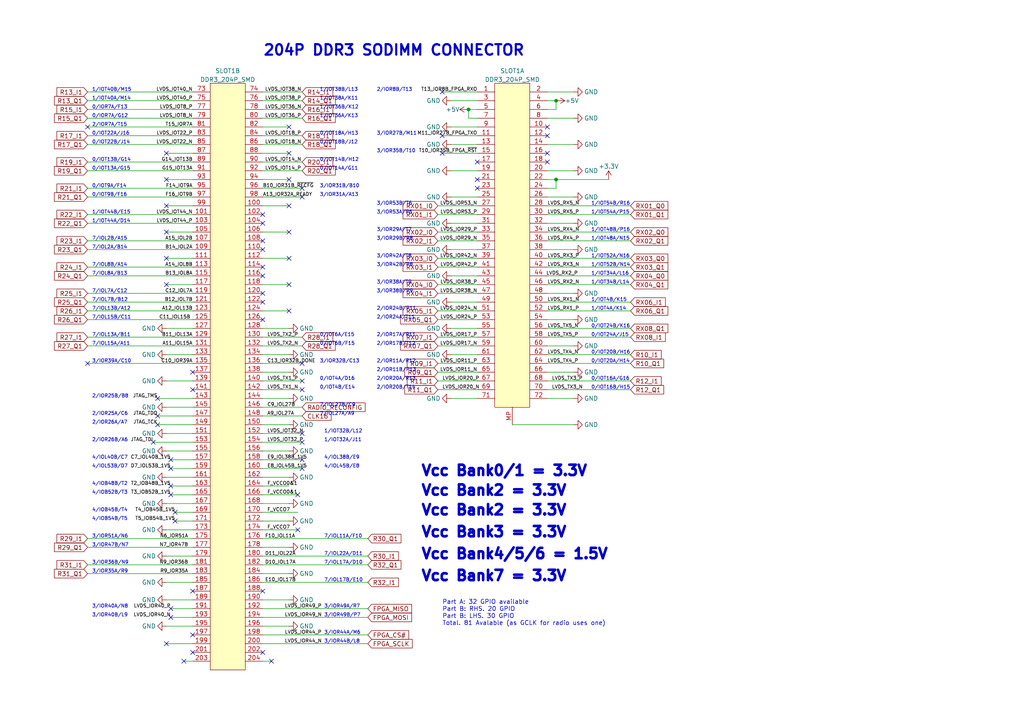
<source format=kicad_sch>
(kicad_sch (version 20231120) (generator "eeschema") (generator_version "8.0")
  (paper "A4")
  (junction (at 161.29 29.21))
  (junction (at 135.89 31.75))
  (junction (at 161.29 52.07))
  (no_connect (at 49.53 143.51))
  (no_connect (at 83.82 44.45))
  (no_connect (at 45.72 115.57))
  (no_connect (at 87.63 57.15))
  (no_connect (at 83.82 67.31))
  (no_connect (at 87.63 128.27))
  (no_connect (at 158.75 46.99))
  (no_connect (at 48.26 186.69))
  (no_connect (at 128.27 26.67))
  (no_connect (at 87.63 105.41))
  (no_connect (at 87.63 113.03))
  (no_connect (at 87.63 110.49))
  (no_connect (at 87.63 54.61))
  (no_connect (at 87.63 125.73))
  (no_connect (at 55.88 171.45))
  (no_connect (at 76.2 80.01))
  (no_connect (at 83.82 36.83))
  (no_connect (at 48.26 82.55))
  (no_connect (at 48.26 74.93))
  (no_connect (at 49.53 133.35))
  (no_connect (at 45.72 123.19))
  (no_connect (at 45.72 120.65))
  (no_connect (at 158.75 39.37))
  (no_connect (at 128.27 39.37))
  (no_connect (at 158.75 44.45))
  (no_connect (at 83.82 74.93))
  (no_connect (at 76.2 77.47))
  (no_connect (at 76.2 64.77))
  (no_connect (at 76.2 189.23))
  (no_connect (at 87.63 135.89))
  (no_connect (at 55.88 107.95))
  (no_connect (at 158.75 36.83))
  (no_connect (at 48.26 67.31))
  (no_connect (at 76.2 85.09))
  (no_connect (at 49.53 135.89))
  (no_connect (at 50.8 148.59))
  (no_connect (at 128.27 44.45))
  (no_connect (at 138.43 46.99))
  (no_connect (at 83.82 59.69))
  (no_connect (at 76.2 69.85))
  (no_connect (at 48.26 52.07))
  (no_connect (at 44.45 128.27))
  (no_connect (at 83.82 52.07))
  (no_connect (at 138.43 54.61))
  (no_connect (at 76.2 92.71))
  (no_connect (at 49.53 176.53))
  (no_connect (at 76.2 87.63))
  (no_connect (at 55.88 184.15))
  (no_connect (at 78.74 191.77))
  (no_connect (at 83.82 82.55))
  (no_connect (at 76.2 72.39))
  (no_connect (at 55.88 189.23))
  (no_connect (at 76.2 62.23))
  (no_connect (at 76.2 171.45))
  (no_connect (at 55.88 113.03))
  (no_connect (at 87.63 133.35))
  (no_connect (at 138.43 52.07))
  (no_connect (at 25.4 36.83))
  (no_connect (at 49.53 140.97))
  (no_connect (at 86.36 153.67))
  (no_connect (at 25.4 105.41))
  (no_connect (at 49.53 179.07))
  (no_connect (at 86.36 143.51))
  (no_connect (at 48.26 44.45))
  (no_connect (at 83.82 90.17))
  (no_connect (at 50.8 151.13))
  (no_connect (at 53.34 191.77))
  (no_connect (at 48.26 59.69))
  (wire (pts (xy 25.4 29.21) (xy 55.88 29.21)))
  (wire (pts (xy 127 82.55) (xy 138.43 82.55)))
  (wire (pts (xy 138.43 34.29) (xy 135.89 34.29)))
  (wire (pts (xy 76.2 90.17) (xy 83.82 90.17)))
  (wire (pts (xy 87.63 133.35) (xy 76.2 133.35)))
  (wire (pts (xy 25.4 39.37) (xy 55.88 39.37)))
  (wire (pts (xy 76.2 168.91) (xy 106.68 168.91)))
  (wire (pts (xy 76.2 148.59) (xy 86.36 148.59)))
  (wire (pts (xy 76.2 153.67) (xy 86.36 153.67)))
  (wire (pts (xy 83.82 107.95) (xy 76.2 107.95)))
  (wire (pts (xy 48.26 146.05) (xy 55.88 146.05)))
  (wire (pts (xy 44.45 128.27) (xy 55.88 128.27)))
  (wire (pts (xy 50.8 148.59) (xy 55.88 148.59)))
  (wire (pts (xy 48.26 153.67) (xy 55.88 153.67)))
  (wire (pts (xy 182.88 95.25) (xy 158.75 95.25)))
  (wire (pts (xy 83.82 138.43) (xy 76.2 138.43)))
  (wire (pts (xy 166.37 26.67) (xy 158.75 26.67)))
  (wire (pts (xy 76.2 67.31) (xy 83.82 67.31)))
  (wire (pts (xy 166.37 64.77) (xy 158.75 64.77)))
  (wire (pts (xy 83.82 123.19) (xy 76.2 123.19)))
  (wire (pts (xy 106.68 179.07) (xy 76.2 179.07)))
  (wire (pts (xy 127 74.93) (xy 138.43 74.93)))
  (wire (pts (xy 25.4 156.21) (xy 55.88 156.21)))
  (wire (pts (xy 49.53 133.35) (xy 55.88 133.35)))
  (wire (pts (xy 166.37 49.53) (xy 158.75 49.53)))
  (wire (pts (xy 48.26 102.87) (xy 55.88 102.87)))
  (wire (pts (xy 76.2 110.49) (xy 87.63 110.49)))
  (wire (pts (xy 166.37 41.91) (xy 158.75 41.91)))
  (wire (pts (xy 135.89 31.75) (xy 138.43 31.75)))
  (wire (pts (xy 127 92.71) (xy 138.43 92.71)))
  (wire (pts (xy 76.2 41.91) (xy 87.63 41.91)))
  (wire (pts (xy 87.63 54.61) (xy 76.2 54.61)))
  (wire (pts (xy 127 97.79) (xy 138.43 97.79)))
  (wire (pts (xy 49.53 143.51) (xy 55.88 143.51)))
  (wire (pts (xy 76.2 74.93) (xy 83.82 74.93)))
  (wire (pts (xy 182.88 105.41) (xy 158.75 105.41)))
  (wire (pts (xy 127 113.03) (xy 138.43 113.03)))
  (wire (pts (xy 127 110.49) (xy 138.43 110.49)))
  (wire (pts (xy 25.4 158.75) (xy 55.88 158.75)))
  (wire (pts (xy 182.88 77.47) (xy 158.75 77.47)))
  (wire (pts (xy 48.26 95.25) (xy 55.88 95.25)))
  (wire (pts (xy 161.29 31.75) (xy 161.29 29.21)))
  (wire (pts (xy 48.26 44.45) (xy 55.88 44.45)))
  (wire (pts (xy 48.26 67.31) (xy 55.88 67.31)))
  (wire (pts (xy 76.2 34.29) (xy 87.63 34.29)))
  (wire (pts (xy 25.4 26.67) (xy 55.88 26.67)))
  (wire (pts (xy 25.4 163.83) (xy 55.88 163.83)))
  (wire (pts (xy 25.4 92.71) (xy 55.88 92.71)))
  (wire (pts (xy 87.63 105.41) (xy 76.2 105.41)))
  (wire (pts (xy 127 85.09) (xy 138.43 85.09)))
  (wire (pts (xy 76.2 52.07) (xy 83.82 52.07)))
  (wire (pts (xy 48.26 161.29) (xy 55.88 161.29)))
  (wire (pts (xy 76.2 82.55) (xy 83.82 82.55)))
  (wire (pts (xy 158.75 113.03) (xy 182.88 113.03)))
  (wire (pts (xy 76.2 39.37) (xy 87.63 39.37)))
  (wire (pts (xy 83.82 151.13) (xy 76.2 151.13)))
  (wire (pts (xy 25.4 57.15) (xy 55.88 57.15)))
  (wire (pts (xy 25.4 90.17) (xy 55.88 90.17)))
  (wire (pts (xy 161.29 52.07) (xy 161.29 54.61)))
  (wire (pts (xy 48.26 130.81) (xy 55.88 130.81)))
  (wire (pts (xy 166.37 92.71) (xy 158.75 92.71)))
  (wire (pts (xy 128.27 26.67) (xy 138.43 26.67)))
  (wire (pts (xy 127 69.85) (xy 138.43 69.85)))
  (wire (pts (xy 127 62.23) (xy 138.43 62.23)))
  (wire (pts (xy 25.4 31.75) (xy 55.88 31.75)))
  (wire (pts (xy 48.26 52.07) (xy 55.88 52.07)))
  (wire (pts (xy 45.72 115.57) (xy 55.88 115.57)))
  (wire (pts (xy 48.26 186.69) (xy 55.88 186.69)))
  (wire (pts (xy 25.4 80.01) (xy 55.88 80.01)))
  (wire (pts (xy 166.37 115.57) (xy 158.75 115.57)))
  (wire (pts (xy 130.81 36.83) (xy 138.43 36.83)))
  (wire (pts (xy 130.81 72.39) (xy 138.43 72.39)))
  (wire (pts (xy 130.81 29.21) (xy 138.43 29.21)))
  (wire (pts (xy 182.88 69.85) (xy 158.75 69.85)))
  (wire (pts (xy 25.4 34.29) (xy 55.88 34.29)))
  (wire (pts (xy 166.37 72.39) (xy 158.75 72.39)))
  (wire (pts (xy 50.8 151.13) (xy 55.88 151.13)))
  (wire (pts (xy 48.26 168.91) (xy 55.88 168.91)))
  (wire (pts (xy 127 90.17) (xy 138.43 90.17)))
  (wire (pts (xy 166.37 85.09) (xy 158.75 85.09)))
  (wire (pts (xy 182.88 90.17) (xy 158.75 90.17)))
  (wire (pts (xy 83.82 173.99) (xy 76.2 173.99)))
  (wire (pts (xy 106.68 161.29) (xy 76.2 161.29)))
  (wire (pts (xy 76.2 36.83) (xy 83.82 36.83)))
  (wire (pts (xy 87.63 26.67) (xy 76.2 26.67)))
  (wire (pts (xy 87.63 118.11) (xy 76.2 118.11)))
  (wire (pts (xy 25.4 49.53) (xy 55.88 49.53)))
  (wire (pts (xy 130.81 80.01) (xy 138.43 80.01)))
  (wire (pts (xy 182.88 97.79) (xy 158.75 97.79)))
  (wire (pts (xy 182.88 87.63) (xy 158.75 87.63)))
  (wire (pts (xy 25.4 72.39) (xy 55.88 72.39)))
  (wire (pts (xy 158.75 80.01) (xy 182.88 80.01)))
  (wire (pts (xy 25.4 62.23) (xy 55.88 62.23)))
  (wire (pts (xy 127 77.47) (xy 138.43 77.47)))
  (wire (pts (xy 25.4 69.85) (xy 55.88 69.85)))
  (wire (pts (xy 48.26 118.11) (xy 55.88 118.11)))
  (wire (pts (xy 83.82 95.25) (xy 76.2 95.25)))
  (wire (pts (xy 45.72 120.65) (xy 55.88 120.65)))
  (wire (pts (xy 76.2 120.65) (xy 87.63 120.65)))
  (wire (pts (xy 49.53 135.89) (xy 55.88 135.89)))
  (wire (pts (xy 182.88 59.69) (xy 158.75 59.69)))
  (wire (pts (xy 182.88 82.55) (xy 158.75 82.55)))
  (wire (pts (xy 182.88 110.49) (xy 158.75 110.49)))
  (wire (pts (xy 130.81 102.87) (xy 138.43 102.87)))
  (wire (pts (xy 49.53 140.97) (xy 55.88 140.97)))
  (wire (pts (xy 182.88 62.23) (xy 158.75 62.23)))
  (wire (pts (xy 83.82 146.05) (xy 76.2 146.05)))
  (wire (pts (xy 49.53 179.07) (xy 55.88 179.07)))
  (wire (pts (xy 49.53 176.53) (xy 55.88 176.53)))
  (wire (pts (xy 76.2 184.15) (xy 106.68 184.15)))
  (wire (pts (xy 127 107.95) (xy 138.43 107.95)))
  (wire (pts (xy 130.81 95.25) (xy 138.43 95.25)))
  (wire (pts (xy 87.63 57.15) (xy 76.2 57.15)))
  (wire (pts (xy 76.2 46.99) (xy 87.63 46.99)))
  (wire (pts (xy 130.81 57.15) (xy 138.43 57.15)))
  (wire (pts (xy 161.29 52.07) (xy 176.53 52.07)))
  (wire (pts (xy 166.37 107.95) (xy 158.75 107.95)))
  (wire (pts (xy 83.82 115.57) (xy 76.2 115.57)))
  (wire (pts (xy 130.81 115.57) (xy 138.43 115.57)))
  (wire (pts (xy 25.4 97.79) (xy 55.88 97.79)))
  (wire (pts (xy 106.68 176.53) (xy 76.2 176.53)))
  (wire (pts (xy 48.26 59.69) (xy 55.88 59.69)))
  (wire (pts (xy 76.2 140.97) (xy 83.82 140.97)))
  (wire (pts (xy 25.4 77.47) (xy 55.88 77.47)))
  (wire (pts (xy 48.26 173.99) (xy 55.88 173.99)))
  (wire (pts (xy 76.2 31.75) (xy 87.63 31.75)))
  (wire (pts (xy 130.81 87.63) (xy 138.43 87.63)))
  (wire (pts (xy 127 105.41) (xy 138.43 105.41)))
  (wire (pts (xy 48.26 125.73) (xy 55.88 125.73)))
  (wire (pts (xy 25.4 166.37) (xy 55.88 166.37)))
  (wire (pts (xy 128.27 44.45) (xy 138.43 44.45)))
  (wire (pts (xy 53.34 191.77) (xy 55.88 191.77)))
  (wire (pts (xy 158.75 29.21) (xy 161.29 29.21)))
  (wire (pts (xy 158.75 52.07) (xy 161.29 52.07)))
  (wire (pts (xy 76.2 156.21) (xy 106.68 156.21)))
  (wire (pts (xy 76.2 143.51) (xy 86.36 143.51)))
  (wire (pts (xy 76.2 97.79) (xy 87.63 97.79)))
  (wire (pts (xy 76.2 113.03) (xy 87.63 113.03)))
  (wire (pts (xy 127 59.69) (xy 138.43 59.69)))
  (wire (pts (xy 182.88 102.87) (xy 158.75 102.87)))
  (wire (pts (xy 76.2 44.45) (xy 83.82 44.45)))
  (wire (pts (xy 87.63 125.73) (xy 76.2 125.73)))
  (wire (pts (xy 25.4 85.09) (xy 55.88 85.09)))
  (wire (pts (xy 130.81 41.91) (xy 138.43 41.91)))
  (wire (pts (xy 83.82 130.81) (xy 76.2 130.81)))
  (wire (pts (xy 166.37 34.29) (xy 158.75 34.29)))
  (wire (pts (xy 135.89 34.29) (xy 135.89 31.75)))
  (wire (pts (xy 76.2 186.69) (xy 106.68 186.69)))
  (wire (pts (xy 161.29 54.61) (xy 158.75 54.61)))
  (wire (pts (xy 48.26 74.93) (xy 55.88 74.93)))
  (wire (pts (xy 76.2 59.69) (xy 83.82 59.69)))
  (wire (pts (xy 45.72 123.19) (xy 55.88 123.19)))
  (wire (pts (xy 106.68 163.83) (xy 76.2 163.83)))
  (wire (pts (xy 182.88 74.93) (xy 158.75 74.93)))
  (wire (pts (xy 87.63 29.21) (xy 76.2 29.21)))
  (wire (pts (xy 166.37 57.15) (xy 158.75 57.15)))
  (wire (pts (xy 25.4 105.41) (xy 55.88 105.41)))
  (wire (pts (xy 76.2 191.77) (xy 78.74 191.77)))
  (wire (pts (xy 182.88 67.31) (xy 158.75 67.31)))
  (wire (pts (xy 166.37 100.33) (xy 158.75 100.33)))
  (wire (pts (xy 25.4 36.83) (xy 55.88 36.83)))
  (wire (pts (xy 76.2 128.27) (xy 87.63 128.27)))
  (wire (pts (xy 76.2 100.33) (xy 87.63 100.33)))
  (wire (pts (xy 87.63 135.89) (xy 76.2 135.89)))
  (wire (pts (xy 25.4 100.33) (xy 55.88 100.33)))
  (wire (pts (xy 76.2 49.53) (xy 87.63 49.53)))
  (wire (pts (xy 148.59 123.19) (xy 166.37 123.19)))
  (wire (pts (xy 25.4 46.99) (xy 55.88 46.99)))
  (wire (pts (xy 130.81 64.77) (xy 138.43 64.77)))
  (wire (pts (xy 83.82 102.87) (xy 76.2 102.87)))
  (wire (pts (xy 128.27 39.37) (xy 138.43 39.37)))
  (wire (pts (xy 158.75 31.75) (xy 161.29 31.75)))
  (wire (pts (xy 127 67.31) (xy 138.43 67.31)))
  (wire (pts (xy 25.4 41.91) (xy 55.88 41.91)))
  (wire (pts (xy 48.26 82.55) (xy 55.88 82.55)))
  (wire (pts (xy 48.26 110.49) (xy 55.88 110.49)))
  (wire (pts (xy 25.4 87.63) (xy 55.88 87.63)))
  (wire (pts (xy 83.82 181.61) (xy 76.2 181.61)))
  (wire (pts (xy 25.4 54.61) (xy 55.88 54.61)))
  (wire (pts (xy 130.81 49.53) (xy 138.43 49.53)))
  (wire (pts (xy 83.82 158.75) (xy 76.2 158.75)))
  (wire (pts (xy 25.4 64.77) (xy 55.88 64.77)))
  (wire (pts (xy 48.26 138.43) (xy 55.88 138.43)))
  (wire (pts (xy 83.82 166.37) (xy 76.2 166.37)))
  (wire (pts (xy 127 100.33) (xy 138.43 100.33)))
  (wire (pts (xy 48.26 181.61) (xy 55.88 181.61)))
  (text "3/IOR53B/T6\n" (at 109.22 59.69 0) (effects (font (size 1 1)) (justify left bottom)))
  (text "3/IOR53A/P6\n" (at 109.22 62.23 0) (effects (font (size 1 1)) (justify left bottom)))
  (text "1/IOT48A/N15\n" (at 171.45 69.85 0) (effects (font (size 1 1)) (justify left bottom)))
  (text "4/IOL38B/E9\n" (at 93.98 133.35 0) (effects (font (size 1 1)) (justify left bottom)))
  (text "2/IOR25B/B8\n" (at 26.67 115.57 0) (effects (font (size 1 1)) (justify left bottom)))
  (text "Part A: 32 GPIO available\nPart B: RHS. 20 GPIO\nPart B: LHS. 30 GPIO\nTotal. 81 Avalable (as GCLK for radio uses one)" (at 128.27 181.61 0) (effects (font (size 1.27 1.27)) (justify left bottom)))
  (text "7/IOL22A/D11\n" (at 93.98 161.29 0) (effects (font (size 1 1)) (justify left bottom)))
  (text "7/IOL27A/A9\n" (at 92.71 120.65 0) (effects (font (size 1 1)) (justify left bottom)))
  (text "0/IOT18A/H13" (at 92.71 39.37 0) (effects (font (size 1 1)) (justify left bottom)))
  (text "1/IOT44B/E15\n" (at 26.67 62.23 0) (effects (font (size 1 1)) (justify left bottom)))
  (text "7/IOL7B/B12\n" (at 26.67 87.63 0) (effects (font (size 1 1)) (justify left bottom)))
  (text "3/IOR40A/N8\n" (at 26.67 176.53 0) (effects (font (size 1 1)) (justify left bottom)))
  (text "2/IOR7A/T15\n" (at 26.67 36.83 0) (effects (font (size 1 1)) (justify left bottom)))
  (text "3/IOR31B/B10" (at 92.71 54.61 0) (effects (font (size 1 1)) (justify left bottom)))
  (text "0/IOT16B/H15\n" (at 171.45 113.03 0) (effects (font (size 1 1)) (justify left bottom)))
  (text "0/IOT9A/F14\n" (at 26.67 54.61 0) (effects (font (size 1 1)) (justify left bottom)))
  (text "4/IOB54B/T5\n" (at 26.67 151.13 0) (effects (font (size 1 1)) (justify left bottom)))
  (text "0/IOT14A/G11" (at 92.71 49.53 0) (effects (font (size 1 1)) (justify left bottom)))
  (text "7/IOL2B/A15\n" (at 26.67 69.85 0) (effects (font (size 1 1)) (justify left bottom)))
  (text "2/IOR17B/T12\n" (at 109.22 100.33 0) (effects (font (size 1 1)) (justify left bottom)))
  (text "1/IOT38A/K11\n" (at 92.71 29.21 0) (effects (font (size 1 1)) (justify left bottom)))
  (text "7/IOL7A/C12\n" (at 26.67 85.09 0) (effects (font (size 1 1)) (justify left bottom)))
  (text "3/IOR38A/T9\n" (at 109.22 82.55 0) (effects (font (size 1 1)) (justify left bottom)))
  (text "7/IOL11A/F10\n" (at 93.98 156.21 0) (effects (font (size 1 1)) (justify left bottom)))
  (text "7/IOL27B/C9\n" (at 92.71 118.11 0) (effects (font (size 1 1)) (justify left bottom)))
  (text "0/IOT24B/K16\n" (at 171.45 95.25 0) (effects (font (size 1 1)) (justify left bottom)))
  (text "4/IOL53B/D7" (at 26.67 135.89 0) (effects (font (size 1 1)) (justify left bottom)))
  (text "1/IOT34B/L14\n" (at 171.45 82.55 0) (effects (font (size 1 1)) (justify left bottom)))
  (text "Vcc Bank3 = 3.3V" (at 121.92 156.21 0) (effects (font (size 3 3) (thickness 1.6) (bold yes)) (justify left bottom)))
  (text "3/IOR38B/P9\n" (at 109.22 85.09 0) (effects (font (size 1 1)) (justify left bottom)))
  (text "0/IOT24A/J15\n" (at 171.45 97.79 0) (effects (font (size 1 1)) (justify left bottom)))
  (text "7/IOL15A/A11\n" (at 26.67 100.33 0) (effects (font (size 1 1)) (justify left bottom)))
  (text "4/IOB52B/T3" (at 26.67 143.51 0) (effects (font (size 1 1)) (justify left bottom)))
  (text "2/IOR11A/R12\n" (at 109.22 105.41 0) (effects (font (size 1 1)) (justify left bottom)))
  (text "1/IOT40B/M15\n" (at 26.67 26.67 0) (effects (font (size 1 1)) (justify left bottom)))
  (text "1/IOT36B/K12\n" (at 92.71 31.75 0) (effects (font (size 1 1)) (justify left bottom)))
  (text "Vcc Bank4/5/6 = 1.5V" (at 121.92 162.56 0) (effects (font (size 3 3) (thickness 1.6) (bold yes)) (justify left bottom)))
  (text "1/IOT32A/J11\n" (at 93.98 128.27 0) (effects (font (size 1 1)) (justify left bottom)))
  (text "Vcc Bank0/1 = 3.3V" (at 121.92 138.43 0) (effects (font (size 3 3) (thickness 1.6) (bold yes)) (justify left bottom)))
  (text "0/IOT13A/G15\n" (at 26.67 49.53 0) (effects (font (size 1 1)) (justify left bottom)))
  (text "3/IOR49B/P7\n" (at 93.98 179.07 0) (effects (font (size 1 1)) (justify left bottom)))
  (text "1/IOT52B/N14\n" (at 171.45 77.47 0) (effects (font (size 1 1)) (justify left bottom)))
  (text "1/IOT52A/N16\n" (at 171.45 74.93 0) (effects (font (size 1 1)) (justify left bottom)))
  (text "2/IOR24B/P11\n" (at 109.22 90.17 0) (effects (font (size 1 1)) (justify left bottom)))
  (text "1/IOT34A/L16\n" (at 171.45 80.01 0) (effects (font (size 1 1)) (justify left bottom)))
  (text "3/IOR42A/T8\n" (at 109.22 74.93 0) (effects (font (size 1 1)) (justify left bottom)))
  (text "2/IOR20B/T14\n" (at 109.22 113.03 0) (effects (font (size 1 1)) (justify left bottom)))
  (text "1/IOT44A/D14" (at 26.67 64.77 0) (effects (font (size 1 1)) (justify left bottom)))
  (text "4/IOL40B/C7\n" (at 26.67 133.35 0) (effects (font (size 1 1)) (justify left bottom)))
  (text "3/IOR35A/R9\n" (at 26.67 166.37 0) (effects (font (size 1 1)) (justify left bottom)))
  (text "4/IOL45B/E8\n" (at 93.98 135.89 0) (effects (font (size 1 1)) (justify left bottom)))
  (text "1/IOT4A/K14\n" (at 171.45 90.17 0) (effects (font (size 1 1)) (justify left bottom)))
  (text "3/IOR44B/L8" (at 93.98 186.69 0) (effects (font (size 1 1)) (justify left bottom)))
  (text "3/IOR51A/N6\n" (at 26.67 156.21 0) (effects (font (size 1 1)) (justify left bottom)))
  (text "204P DDR3 SODIMM CONNECTOR" (at 76.2 16.51 0) (effects (font (size 3.048 3.048) (bold yes)) (justify left bottom)))
  (text "7/IOL13B/A12\n" (at 26.67 90.17 0) (effects (font (size 1 1)) (justify left bottom)))
  (text "0/IOT6A/E15\n" (at 92.71 97.79 0) (effects (font (size 1 1)) (justify left bottom)))
  (text "1/IOT4B/K15\n" (at 171.45 87.63 0) (effects (font (size 1 1)) (justify left bottom)))
  (text "3/IOR49A/R7" (at 93.98 176.53 0) (effects (font (size 1 1)) (justify left bottom)))
  (text "2/IOR24A/T11\n" (at 109.22 92.71 0) (effects (font (size 1 1)) (justify left bottom)))
  (text "2/IOR25A/C6\n" (at 26.67 120.65 0) (effects (font (size 1 1)) (justify left bottom)))
  (text "1/IOT36A/K13\n" (at 92.71 34.29 0) (effects (font (size 1 1)) (justify left bottom)))
  (text "3/IOR29B/R8\n" (at 109.22 69.85 0) (effects (font (size 1 1)) (justify left bottom)))
  (text "3/IOR36B/N9\n" (at 26.67 163.83 0) (effects (font (size 1 1)) (justify left bottom)))
  (text "4/IOB48B/T2" (at 26.67 140.97 0) (effects (font (size 1 1)) (justify left bottom)))
  (text "1/IOT48B/P16\n" (at 171.45 67.31 0) (effects (font (size 1 1)) (justify left bottom)))
  (text "0/IOT18B/J12\n" (at 92.71 41.91 0) (effects (font (size 1 1)) (justify left bottom)))
  (text "3/IOR35B/T10\n" (at 109.22 44.45 0) (effects (font (size 1 1)) (justify left bottom)))
  (text "2/IOR26A/A7\n" (at 26.67 123.19 0) (effects (font (size 1 1)) (justify left bottom)))
  (text "Vcc Bank2 = 3.3V" (at 121.92 149.86 0) (effects (font (size 3 3) (thickness 1.6) (bold yes)) (justify left bottom)))
  (text "3/IOR44A/M6\n" (at 93.98 184.15 0) (effects (font (size 1 1)) (justify left bottom)))
  (text "1/IOT40A/M14\n" (at 26.67 29.21 0) (effects (font (size 1 1)) (justify left bottom)))
  (text "0/IOT22A/J16\n" (at 26.67 39.37 0) (effects (font (size 1 1)) (justify left bottom)))
  (text "0/IOT16A/G16\n" (at 171.45 110.49 0) (effects (font (size 1 1)) (justify left bottom)))
  (text "2/IOR8B/T13\n" (at 109.22 26.67 0) (effects (font (size 1 1)) (justify left bottom)))
  (text "0/IOT9B/F16\n" (at 26.67 57.15 0) (effects (font (size 1 1)) (justify left bottom)))
  (text "7/IOL15B/C11\n" (at 26.67 92.71 0) (effects (font (size 1 1)) (justify left bottom)))
  (text "1/IOT54B/R16\n" (at 171.45 59.69 0) (effects (font (size 1 1)) (justify left bottom)))
  (text "0/IOT20B/H16\n" (at 171.45 102.87 0) (effects (font (size 1 1)) (justify left bottom)))
  (text "3/IOR42B/P8\n" (at 109.22 77.47 0) (effects (font (size 1 1)) (justify left bottom)))
  (text "2/IOR11B/P13\n" (at 109.22 107.95 0) (effects (font (size 1 1)) (justify left bottom)))
  (text "Vcc Bank7 = 3.3V" (at 121.92 168.91 0) (effects (font (size 3 3) (thickness 1.6) (bold yes)) (justify left bottom)))
  (text "3/IOR32B/C13\n" (at 92.71 105.41 0) (effects (font (size 1 1)) (justify left bottom)))
  (text "3/IOR39A/C10" (at 26.67 105.41 0) (effects (font (size 1 1)) (justify left bottom)))
  (text "0/IOT20A/H14\n" (at 171.45 105.41 0) (effects (font (size 1 1)) (justify left bottom)))
  (text "0/IOT4B/E14\n" (at 92.71 113.03 0) (effects (font (size 1 1)) (justify left bottom)))
  (text "3/IOR31A/A13" (at 92.71 57.15 0) (effects (font (size 1 1)) (justify left bottom)))
  (text "2/IOR17A/R11\n" (at 109.22 97.79 0) (effects (font (size 1 1)) (justify left bottom)))
  (text "0/IOR7A/G12" (at 26.67 34.29 0) (effects (font (size 1 1)) (justify left bottom)))
  (text "3/IOR40B/L9\n" (at 26.67 179.07 0) (effects (font (size 1 1)) (justify left bottom)))
  (text "4/IOB45B/T4\n" (at 26.67 148.59 0) (effects (font (size 1 1)) (justify left bottom)))
  (text "7/IOL13A/B11\n" (at 26.67 97.79 0) (effects (font (size 1 1)) (justify left bottom)))
  (text "3/IOR29A/T7\n" (at 109.22 67.31 0) (effects (font (size 1 1)) (justify left bottom)))
  (text "0/IOT4A/D16\n" (at 92.71 110.49 0) (effects (font (size 1 1)) (justify left bottom)))
  (text "1/IOT32B/L12\n" (at 93.98 125.73 0) (effects (font (size 1 1)) (justify left bottom)))
  (text "0/IOT14B/H12\n" (at 92.71 46.99 0) (effects (font (size 1 1)) (justify left bottom)))
  (text "0/IOT6B/F15\n" (at 92.71 100.33 0) (effects (font (size 1 1)) (justify left bottom)))
  (text "2/IOR26B/A6\n" (at 26.67 128.27 0) (effects (font (size 1 1)) (justify left bottom)))
  (text "7/IOL8A/B13\n" (at 26.67 80.01 0) (effects (font (size 1 1)) (justify left bottom)))
  (text "2/IOR20A/R13\n" (at 109.22 110.49 0) (effects (font (size 1 1)) (justify left bottom)))
  (text "0/IOR7A/F13\n" (at 26.67 31.75 0) (effects (font (size 1 1)) (justify left bottom)))
  (text "1/IOT54A/P15\n" (at 171.45 62.23 0) (effects (font (size 1 1)) (justify left bottom)))
  (text "0/IOT22B/J14\n" (at 26.67 41.91 0) (effects (font (size 1 1)) (justify left bottom)))
  (text "Vcc Bank2 = 3.3V" (at 121.92 144.145 0) (effects (font (size 3 3) (thickness 1.6) (bold yes)) (justify left bottom)))
  (text "7/IOL8B/A14\n" (at 26.67 77.47 0) (effects (font (size 1 1)) (justify left bottom)))
  (text "7/IOL17A/D10\n" (at 93.98 163.83 0) (effects (font (size 1 1)) (justify left bottom)))
  (text "7/IOL2A/B14\n" (at 26.67 72.39 0) (effects (font (size 1 1)) (justify left bottom)))
  (text "1/IOT38B/L13\n" (at 92.71 26.67 0) (effects (font (size 1 1)) (justify left bottom)))
  (text "3/IOR27B/M11\n" (at 109.22 39.37 0) (effects (font (size 1 1)) (justify left bottom)))
  (text "0/IOT13B/G14\n" (at 26.67 46.99 0) (effects (font (size 1 1)) (justify left bottom)))
  (text "7/IOL17B/E10\n" (at 93.98 168.91 0) (effects (font (size 1 1)) (justify left bottom)))
  (text "3/IOR47B/N7" (at 26.67 158.75 0) (effects (font (size 1 1)) (justify left bottom)))
  (label "JTAG_TMS" (at 45.72 115.57 180) (effects (font (size 1 1))))
  (label "T5_IOB54B_1V5" (at 50.8 151.13 180) (effects (font (size 1 1))))
  (label "B10_IOR31B_~{RECFG}" (at 76.2 54.61 0) (effects (font (size 1 1))))
  (label "LVDS_IOR44_N" (at 82.55 186.69 0) (effects (font (size 1 1))))
  (label "LVDS_IOT40_N" (at 55.88 26.67 180) (effects (font (size 1 1))))
  (label "LVDS_RX1_N" (at 158.75 87.63 0) (effects (font (size 1 1))))
  (label "G14_IOT13B" (at 55.88 46.99 180) (effects (font (size 1 1))))
  (label "LVDS_IOT14_P" (at 76.835 49.53 0) (effects (font (size 1 1))))
  (label "T3_IOB52B_1V5" (at 49.53 143.51 180) (effects (font (size 1 1))))
  (label "T13_IOR8B_FPGA_RXO" (at 138.43 26.67 180) (effects (font (size 1 1))))
  (label "LVDS_IOT18_N" (at 76.835 41.91 0) (effects (font (size 1 1))))
  (label "F_VCCO0&1" (at 77.47 140.97 0) (effects (font (size 1 1))))
  (label "T2_IOB48B_1V5" (at 49.53 140.97 180) (effects (font (size 1 1))))
  (label "LVDS_TX4_N" (at 158.75 102.87 0) (effects (font (size 1 1))))
  (label "LVDS_TX2_N" (at 77.47 100.33 0) (effects (font (size 1 1))))
  (label "E10_IOL17B" (at 76.835 168.91 0) (effects (font (size 1 1))))
  (label "LVDS_IOR38_N" (at 138.43 85.09 180) (effects (font (size 1 1))))
  (label "LVDS_RX4_N" (at 158.75 67.31 0) (effects (font (size 1 1))))
  (label "LVDS_IOR49_N" (at 82.55 179.07 0) (effects (font (size 1 1))))
  (label "LVDS_RX4_P" (at 158.75 69.85 0) (effects (font (size 1 1))))
  (label "LVDS_TX5_N" (at 158.75 95.25 0) (effects (font (size 1 1))))
  (label "LVDS_IOR53_P" (at 138.43 62.23 180) (effects (font (size 1 1))))
  (label "LVDS_IOR29_N" (at 138.43 69.85 180) (effects (font (size 1 1))))
  (label "F_VCCO7" (at 77.47 153.67 0) (effects (font (size 1 1))))
  (label "C11_IOL15B" (at 55.245 92.71 180) (effects (font (size 1 1))))
  (label "LVDS_IOT40_P" (at 55.88 29.21 180) (effects (font (size 1 1))))
  (label "LVDS_IOT44_N" (at 55.88 62.23 180) (effects (font (size 1 1))))
  (label "A11_IOL15A" (at 55.88 100.33 180) (effects (font (size 1 1))))
  (label "LVDS_IOT8_P" (at 55.88 31.75 180) (effects (font (size 1 1))))
  (label "LVDS_IOT14_N" (at 76.835 46.99 0) (effects (font (size 1 1))))
  (label "N6_IOR51A" (at 54.61 156.21 180) (effects (font (size 1 1))))
  (label "E9_IOL38B_1V5" (at 77.47 133.35 0) (effects (font (size 1 1))))
  (label "LVDS_RX2_P" (at 167.64 80.01 180) (effects (font (size 1 1))))
  (label "LVDS_IOT38_P" (at 76.835 29.21 0) (effects (font (size 1 1))))
  (label "LVDS_IOR42_N" (at 138.43 74.93 180) (effects (font (size 1 1))))
  (label "F16_IOT9B" (at 55.88 57.15 180) (effects (font (size 1 1))))
  (label "F_VCCO0&1" (at 77.47 143.51 0) (effects (font (size 1 1))))
  (label "LVDS_RX5_N" (at 158.75 59.69 0) (effects (font (size 1 1))))
  (label "A13_IOR32A_READY" (at 76.2 57.15 0) (effects (font (size 1 1))))
  (label "F_VCCO7" (at 77.47 148.59 0) (effects (font (size 1 1))))
  (label "LVDS_TX3_N" (at 160.02 113.03 0) (effects (font (size 1 1))))
  (label "C7_IOL40B_1V5" (at 49.53 133.35 180) (effects (font (size 1 1))))
  (label "LVDS_IOT8_N" (at 55.88 34.29 180) (effects (font (size 1 1))))
  (label "T10_IOR35B_FPGA_~{RST}" (at 138.43 44.45 180) (effects (font (size 1 1))))
  (label "LVDS_IOR20_P" (at 128.27 110.49 0) (effects (font (size 1 1))))
  (label "N9_IOR36B" (at 54.61 163.83 180) (effects (font (size 1 1))))
  (label "LVDS_IOT36_N" (at 76.835 31.75 0) (effects (font (size 1 1))))
  (label "LVDS_IOR40_N" (at 49.53 179.07 180) (effects (font (size 1 1))))
  (label "LVDS_TX1_P" (at 77.47 110.49 0) (effects (font (size 1 1))))
  (label "LVDS_IOR11_P" (at 138.43 105.41 180) (effects (font (size 1 1))))
  (label "LVDS_IOR17_P" (at 138.43 97.79 180) (effects (font (size 1 1))))
  (label "LVDS_RX1_P" (at 158.75 90.17 0) (effects (font (size 1 1))))
  (label "C9_IOL27B" (at 77.47 118.11 0) (effects (font (size 1 1))))
  (label "A12_IOL13B" (at 55.88 90.17 180) (effects (font (size 1 1))))
  (label "LVDS_IOT32_N" (at 77.47 125.73 0) (effects (font (size 1 1))))
  (label "G15_IOT13A" (at 55.88 49.53 180) (effects (font (size 1 1))))
  (label "LVDS_TX1_N" (at 77.47 113.03 0) (effects (font (size 1 1))))
  (label "LVDS_RX3_P" (at 158.75 74.93 0) (effects (font (size 1 1))))
  (label "LVDS_TX5_P" (at 158.75 97.79 0) (effects (font (size 1 1))))
  (label "LVDS_IOR17_N" (at 138.43 100.33 180) (effects (font (size 1 1))))
  (label "E8_IOL45B_1V5" (at 77.47 135.89 0) (effects (font (size 1 1))))
  (label "LVDS_RX3_N" (at 158.75 77.47 0) (effects (font (size 1 1))))
  (label "LVDS_IOR42_P" (at 138.43 77.47 180) (effects (font (size 1 1))))
  (label "A14_IOL8B" (at 55.88 77.47 180) (effects (font (size 1 1))))
  (label "LVDS_TX2_P" (at 77.47 97.79 0) (effects (font (size 1 1))))
  (label "LVDS_IOT38_N" (at 76.835 26.67 0) (effects (font (size 1 1))))
  (label "D7_IOL53B_1V5" (at 49.53 135.89 180) (effects (font (size 1 1))))
  (label "LVDS_IOR20_N" (at 128.27 113.03 0) (effects (font (size 1 1))))
  (label "JTAG_TCK" (at 45.72 123.19 180) (effects (font (size 1 1))))
  (label "T15_IOR7A" (at 55.88 36.83 180) (effects (font (size 1 1))))
  (label "C10_IOR39A" (at 55.88 105.41 180) (effects (font (size 1 1))))
  (label "N7_IOR47B" (at 54.61 158.75 180) (effects (font (size 1 1))))
  (label "LVDS_IOT44_P" (at 55.88 64.77 180) (effects (font (size 1 1))))
  (label "JTAG_TDO" (at 45.72 120.65 180) (effects (font (size 1 1))))
  (label "A15_IOL2B" (at 55.88 69.85 180) (effects (font (size 1 1))))
  (label "C12_IOL7A" (at 55.88 85.09 180) (effects (font (size 1 1))))
  (label "LVDS_IOR29_P" (at 138.43 67.31 180) (effects (font (size 1 1))))
  (label "M11_IOR27B_FPGA_TXO" (at 138.43 39.37 180) (effects (font (size 1 1))))
  (label "LVDS_IOT32_P" (at 77.47 128.27 0) (effects (font (size 1 1))))
  (label "LVDS_RX2_N" (at 158.75 82.55 0) (effects (font (size 1 1))))
  (label "F10_IOL11A" (at 76.835 156.21 0) (effects (font (size 1 1))))
  (label "LVDS_IOR53_N" (at 138.43 59.69 180) (effects (font (size 1 1))))
  (label "F14_IOT9A" (at 55.88 54.61 180) (effects (font (size 1 1))))
  (label "JTAG_TDI" (at 44.45 128.27 180) (effects (font (size 1 1))))
  (label "B13_IOL8A" (at 55.88 80.01 180) (effects (font (size 1 1))))
  (label "LVDS_IOT22_N" (at 55.88 41.91 180) (effects (font (size 1 1))))
  (label "C13_IOR32B_DONE" (at 77.47 105.41 0) (effects (font (size 1 1))))
  (label "LVDS_RX5_P" (at 158.75 62.23 0) (effects (font (size 1 1))))
  (label "LVDS_TX4_P" (at 158.75 105.41 0) (effects (font (size 1 1))))
  (label "R9_IOR35A" (at 54.61 166.37 180) (effects (font (size 1 1))))
  (label "D11_IOL22A" (at 76.835 161.29 0) (effects (font (size 1 1))))
  (label "LVDS_IOR44_P" (at 82.55 184.15 0) (effects (font (size 1 1))))
  (label "LVDS_IOT36_P" (at 76.835 34.29 0) (effects (font (size 1 1))))
  (label "LVDS_IOT22_P" (at 55.88 39.37 180) (effects (font (size 1 1))))
  (label "LVDS_IOT18_P" (at 76.835 39.37 0) (effects (font (size 1 1))))
  (label "LVDS_IOR24_N" (at 138.43 90.17 180) (effects (font (size 1 1))))
  (label "LVDS_IOR49_P" (at 82.55 176.53 0) (effects (font (size 1 1))))
  (label "LVDS_IOR40_P" (at 49.53 176.53 180) (effects (font (size 1 1))))
  (label "LVDS_IOR11_N" (at 138.43 107.95 180) (effects (font (size 1 1))))
  (label "T4_IOB45B_1V5" (at 50.8 148.59 180) (effects (font (size 1 1))))
  (label "LVDS_IOR38_P" (at 138.43 82.55 180) (effects (font (size 1 1))))
  (label "B12_IOL7B" (at 55.88 87.63 180) (effects (font (size 1 1))))
  (label "D10_IOL17A" (at 76.835 163.83 0) (effects (font (size 1 1))))
  (label "A9_IOL27A" (at 77.47 120.65 0) (effects (font (size 1 1))))
  (label "B11_IOL13A" (at 55.88 97.79 180) (effects (font (size 1 1))))
  (label "LVDS_IOR24_P" (at 138.43 92.71 180) (effects (font (size 1 1))))
  (label "LVDS_TX3_P" (at 160.02 110.49 0) (effects (font (size 1 1))))
  (label "B14_IOL2A" (at 55.88 72.39 180) (effects (font (size 1 1))))
  (global_label "RADIO_RECONFIG" (shape input) (at 87.63 118.11 0) (property "Intersheetrefs" "${INTERSHEET_REFS}" (effects (hide yes))))
  (global_label "RX08_I1" (shape input) (at 182.88 97.79 0) (property "Intersheetrefs" "${INTERSHEET_REFS}" (effects (hide yes))))
  (global_label "R31_Q1" (shape input) (at 25.4 166.37 180) (property "Intersheetrefs" "${INTERSHEET_REFS}" (effects (hide yes))))
  (global_label "R28_Q1" (shape input) (at 87.63 100.33 0) (property "Intersheetrefs" "${INTERSHEET_REFS}" (effects (hide yes))))
  (global_label "FPGA_SCLK" (shape input) (at 106.68 186.69 0) (property "Intersheetrefs" "${INTERSHEET_REFS}" (effects (hide yes))))
  (global_label "RX01_Q0" (shape input) (at 182.88 59.69 0) (property "Intersheetrefs" "${INTERSHEET_REFS}" (effects (hide yes))))
  (global_label "RX06_I1" (shape input) (at 182.88 87.63 0) (property "Intersheetrefs" "${INTERSHEET_REFS}" (effects (hide yes))))
  (global_label "RX06_Q1" (shape input) (at 182.88 90.17 0) (property "Intersheetrefs" "${INTERSHEET_REFS}" (effects (hide yes))))
  (global_label "R25_I1" (shape input) (at 25.4 85.09 180) (property "Intersheetrefs" "${INTERSHEET_REFS}" (effects (hide yes))))
  (global_label "R14_Q1" (shape input) (at 87.63 29.21 0) (property "Intersheetrefs" "${INTERSHEET_REFS}" (effects (hide yes))))
  (global_label "FPGA_MISO" (shape input) (at 106.68 176.53 0) (property "Intersheetrefs" "${INTERSHEET_REFS}" (effects (hide yes))))
  (global_label "R15_I1" (shape input) (at 25.4 31.75 180) (property "Intersheetrefs" "${INTERSHEET_REFS}" (effects (hide yes))))
  (global_label "R32_I1" (shape input) (at 106.68 168.91 0) (property "Intersheetrefs" "${INTERSHEET_REFS}" (effects (hide yes))))
  (global_label "RX01_Q1" (shape input) (at 182.88 62.23 0) (property "Intersheetrefs" "${INTERSHEET_REFS}" (effects (hide yes))))
  (global_label "R09_Q1" (shape input) (at 127 107.95 180) (property "Intersheetrefs" "${INTERSHEET_REFS}" (effects (hide yes))))
  (global_label "R12_I1" (shape input) (at 182.88 110.49 0) (property "Intersheetrefs" "${INTERSHEET_REFS}" (effects (hide yes))))
  (global_label "R21_Q1" (shape input) (at 25.4 57.15 180) (property "Intersheetrefs" "${INTERSHEET_REFS}" (effects (hide yes))))
  (global_label "RX03_I1" (shape input) (at 127 77.47 180) (property "Intersheetrefs" "${INTERSHEET_REFS}" (effects (hide yes))))
  (global_label "CLK16" (shape input) (at 87.63 120.65 0) (property "Intersheetrefs" "${INTERSHEET_REFS}" (effects (hide yes))))
  (global_label "R31_I1" (shape input) (at 25.4 163.83 180) (property "Intersheetrefs" "${INTERSHEET_REFS}" (effects (hide yes))))
  (global_label "RX02_I1" (shape input) (at 127 69.85 180) (property "Intersheetrefs" "${INTERSHEET_REFS}" (effects (hide yes))))
  (global_label "R16_Q1" (shape input) (at 87.63 34.29 0) (property "Intersheetrefs" "${INTERSHEET_REFS}" (effects (hide yes))))
  (global_label "R28_I1" (shape input) (at 87.63 97.79 0) (property "Intersheetrefs" "${INTERSHEET_REFS}" (effects (hide yes))))
  (global_label "R19_I1" (shape input) (at 25.4 46.99 180) (property "Intersheetrefs" "${INTERSHEET_REFS}" (effects (hide yes))))
  (global_label "R19_Q1" (shape input) (at 25.4 49.53 180) (property "Intersheetrefs" "${INTERSHEET_REFS}" (effects (hide yes))))
  (global_label "R23_Q1" (shape input) (at 25.4 72.39 180) (property "Intersheetrefs" "${INTERSHEET_REFS}" (effects (hide yes))))
  (global_label "FPGA_CS#" (shape input) (at 106.68 184.15 0) (property "Intersheetrefs" "${INTERSHEET_REFS}" (effects (hide yes))))
  (global_label "R29_I1" (shape input) (at 25.4 156.21 180) (property "Intersheetrefs" "${INTERSHEET_REFS}" (effects (hide yes))))
  (global_label "RX03_Q0" (shape input) (at 182.88 74.93 0) (property "Intersheetrefs" "${INTERSHEET_REFS}" (effects (hide yes))))
  (global_label "R22_I1" (shape input) (at 25.4 62.23 180) (property "Intersheetrefs" "${INTERSHEET_REFS}" (effects (hide yes))))
  (global_label "FPGA_MOSI" (shape input) (at 106.68 179.07 0) (property "Intersheetrefs" "${INTERSHEET_REFS}" (effects (hide yes))))
  (global_label "RX04_I1" (shape input) (at 127 85.09 180) (property "Intersheetrefs" "${INTERSHEET_REFS}" (effects (hide yes))))
  (global_label "R24_I1" (shape input) (at 25.4 77.47 180) (property "Intersheetrefs" "${INTERSHEET_REFS}" (effects (hide yes))))
  (global_label "R17_I1" (shape input) (at 25.4 39.37 180) (property "Intersheetrefs" "${INTERSHEET_REFS}" (effects (hide yes))))
  (global_label "R25_Q1" (shape input) (at 25.4 87.63 180) (property "Intersheetrefs" "${INTERSHEET_REFS}" (effects (hide yes))))
  (global_label "RX04_I0" (shape input) (at 127 82.55 180) (property "Intersheetrefs" "${INTERSHEET_REFS}" (effects (hide yes))))
  (global_label "RX02_Q1" (shape input) (at 182.88 69.85 0) (property "Intersheetrefs" "${INTERSHEET_REFS}" (effects (hide yes))))
  (global_label "R11_I1" (shape input) (at 127 110.49 180) (property "Intersheetrefs" "${INTERSHEET_REFS}" (effects (hide yes))))
  (global_label "R12_Q1" (shape input) (at 182.88 113.03 0) (property "Intersheetrefs" "${INTERSHEET_REFS}" (effects (hide yes))))
  (global_label "R11_Q1" (shape input) (at 127 113.03 180) (property "Intersheetrefs" "${INTERSHEET_REFS}" (effects (hide yes))))
  (global_label "R13_Q1" (shape input) (at 25.4 29.21 180) (property "Intersheetrefs" "${INTERSHEET_REFS}" (effects (hide yes))))
  (global_label "R24_Q1" (shape input) (at 25.4 80.01 180) (property "Intersheetrefs" "${INTERSHEET_REFS}" (effects (hide yes))))
  (global_label "R18_I1" (shape input) (at 87.63 39.37 0) (property "Intersheetrefs" "${INTERSHEET_REFS}" (effects (hide yes))))
  (global_label "RX07_I1" (shape input) (at 127 97.79 180) (property "Intersheetrefs" "${INTERSHEET_REFS}" (effects (hide yes))))
  (global_label "R30_Q1" (shape input) (at 106.68 156.21 0) (property "Intersheetrefs" "${INTERSHEET_REFS}" (effects (hide yes))))
  (global_label "R13_I1" (shape input) (at 25.4 26.67 180) (property "Intersheetrefs" "${INTERSHEET_REFS}" (effects (hide yes))))
  (global_label "RX01_I1" (shape input) (at 127 62.23 180) (property "Intersheetrefs" "${INTERSHEET_REFS}" (effects (hide yes))))
  (global_label "RX07_Q1" (shape input) (at 127 100.33 180) (property "Intersheetrefs" "${INTERSHEET_REFS}" (effects (hide yes))))
  (global_label "RX08_Q1" (shape input) (at 182.88 95.25 0) (property "Intersheetrefs" "${INTERSHEET_REFS}" (effects (hide yes))))
  (global_label "RX03_Q1" (shape input) (at 182.88 77.47 0) (property "Intersheetrefs" "${INTERSHEET_REFS}" (effects (hide yes))))
  (global_label "R21_I1" (shape input) (at 25.4 54.61 180) (property "Intersheetrefs" "${INTERSHEET_REFS}" (effects (hide yes))))
  (global_label "RX02_I0" (shape input) (at 127 67.31 180) (property "Intersheetrefs" "${INTERSHEET_REFS}" (effects (hide yes))))
  (global_label "RX05_Q1" (shape input) (at 127 92.71 180) (property "Intersheetrefs" "${INTERSHEET_REFS}" (effects (hide yes))))
  (global_label "R09_I1" (shape input) (at 127 105.41 180) (property "Intersheetrefs" "${INTERSHEET_REFS}" (effects (hide yes))))
  (global_label "RX02_Q0" (shape input) (at 182.88 67.31 0) (property "Intersheetrefs" "${INTERSHEET_REFS}" (effects (hide yes))))
  (global_label "R32_Q1" (shape input) (at 106.68 163.83 0) (property "Intersheetrefs" "${INTERSHEET_REFS}" (effects (hide yes))))
  (global_label "RX01_I0" (shape input) (at 127 59.69 180) (property "Intersheetrefs" "${INTERSHEET_REFS}" (effects (hide yes))))
  (global_label "R14_I1" (shape input) (at 87.63 26.67 0) (property "Intersheetrefs" "${INTERSHEET_REFS}" (effects (hide yes))))
  (global_label "R27_I1" (shape input) (at 25.4 97.79 180) (property "Intersheetrefs" "${INTERSHEET_REFS}" (effects (hide yes))))
  (global_label "R27_Q1" (shape input) (at 25.4 100.33 180) (property "Intersheetrefs" "${INTERSHEET_REFS}" (effects (hide yes))))
  (global_label "RX04_Q1" (shape input) (at 182.88 82.55 0) (property "Intersheetrefs" "${INTERSHEET_REFS}" (effects (hide yes))))
  (global_label "R15_Q1" (shape input) (at 25.4 34.29 180) (property "Intersheetrefs" "${INTERSHEET_REFS}" (effects (hide yes))))
  (global_label "R16_I1" (shape input) (at 87.63 31.75 0) (property "Intersheetrefs" "${INTERSHEET_REFS}" (effects (hide yes))))
  (global_label "R20_Q1" (shape input) (at 87.63 49.53 0) (property "Intersheetrefs" "${INTERSHEET_REFS}" (effects (hide yes))))
  (global_label "R26_I1" (shape input) (at 25.4 90.17 180) (property "Intersheetrefs" "${INTERSHEET_REFS}" (effects (hide yes))))
  (global_label "R29_Q1" (shape input) (at 25.4 158.75 180) (property "Intersheetrefs" "${INTERSHEET_REFS}" (effects (hide yes))))
  (global_label "RX03_I0" (shape input) (at 127 74.93 180) (property "Intersheetrefs" "${INTERSHEET_REFS}" (effects (hide yes))))
  (global_label "RX04_Q0" (shape input) (at 182.88 80.01 0) (property "Intersheetrefs" "${INTERSHEET_REFS}" (effects (hide yes))))
  (global_label "R30_I1" (shape input) (at 106.68 161.29 0) (property "Intersheetrefs" "${INTERSHEET_REFS}" (effects (hide yes))))
  (global_label "R20_I1" (shape input) (at 87.63 46.99 0) (property "Intersheetrefs" "${INTERSHEET_REFS}" (effects (hide yes))))
  (global_label "R17_Q1" (shape input) (at 25.4 41.91 180) (property "Intersheetrefs" "${INTERSHEET_REFS}" (effects (hide yes))))
  (global_label "R26_Q1" (shape input) (at 25.4 92.71 180) (property "Intersheetrefs" "${INTERSHEET_REFS}" (effects (hide yes))))
  (global_label "R18_Q1" (shape input) (at 87.63 41.91 0) (property "Intersheetrefs" "${INTERSHEET_REFS}" (effects (hide yes))))
  (global_label "RX05_I1" (shape input) (at 127 90.17 180) (property "Intersheetrefs" "${INTERSHEET_REFS}" (effects (hide yes))))
  (global_label "R23_I1" (shape input) (at 25.4 69.85 180) (property "Intersheetrefs" "${INTERSHEET_REFS}" (effects (hide yes))))
  (global_label "R10_Q1" (shape input) (at 182.88 105.41 0) (property "Intersheetrefs" "${INTERSHEET_REFS}" (effects (hide yes))))
  (global_label "R10_I1" (shape input) (at 182.88 102.87 0) (property "Intersheetrefs" "${INTERSHEET_REFS}" (effects (hide yes))))
  (global_label "R22_Q1" (shape input) (at 25.4 64.77 180) (property "Intersheetrefs" "${INTERSHEET_REFS}" (effects (hide yes))))
  (symbol (lib_id "power:GND") (at 83.82 181.61 90) (unit 1)
    (property "Reference" "#PWR026" (effects (hide yes)))
    (property "Value" "GND" (at 88.9 181.61 90))
  )
  (symbol (lib_id "power:GND") (at 48.26 125.73 270) (unit 1)
    (property "Reference" "#PWR05" (effects (hide yes)))
    (property "Value" "GND" (at 43.18 125.73 90))
  )
  (symbol (lib_id "power:GND") (at 83.82 173.99 90) (unit 1)
    (property "Reference" "#PWR025" (effects (hide yes)))
    (property "Value" "GND" (at 88.9 173.99 90))
  )
  (symbol (lib_id "power:GND") (at 166.37 107.95 90) (unit 1)
    (property "Reference" "#PWR051" (effects (hide yes)))
    (property "Value" "GND" (at 171.45 107.95 90))
  )
  (symbol (lib_id "power:+5V") (at 135.89 31.75 90) (unit 1)
    (property "Reference" "#PWR039" (effects (hide yes)))
    (property "Value" "+5V" (at 133.35 31.75 90) (effects (justify left)))
  )
  (symbol (lib_id "power:GND") (at 130.81 95.25 270) (unit 1)
    (property "Reference" "#PWR036" (effects (hide yes)))
    (property "Value" "GND" (at 125.73 95.25 90))
  )
  (symbol (lib_id "power:GND") (at 83.82 166.37 90) (unit 1)
    (property "Reference" "#PWR024" (effects (hide yes)))
    (property "Value" "GND" (at 88.9 166.37 90))
  )
  (symbol (lib_id "power:GND") (at 48.26 146.05 270) (unit 1)
    (property "Reference" "#PWR08" (effects (hide yes)))
    (property "Value" "GND" (at 43.18 146.05 90))
  )
  (symbol (lib_id "power:GND") (at 48.26 130.81 270) (unit 1)
    (property "Reference" "#PWR06" (effects (hide yes)))
    (property "Value" "GND" (at 43.18 130.81 90))
  )
  (symbol (lib_id "power:GND") (at 48.26 110.49 270) (unit 1)
    (property "Reference" "#PWR03" (effects (hide yes)))
    (property "Value" "GND" (at 43.18 110.49 90))
  )
  (symbol (lib_id "power:GND") (at 130.81 36.83 270) (unit 1)
    (property "Reference" "#PWR028" (effects (hide yes)))
    (property "Value" "GND" (at 125.73 36.83 90))
  )
  (symbol (lib_id "power:GND") (at 130.81 72.39 270) (unit 1)
    (property "Reference" "#PWR033" (effects (hide yes)))
    (property "Value" "GND" (at 125.73 72.39 90))
  )
  (symbol (lib_id "power:GND") (at 48.26 153.67 270) (unit 1)
    (property "Reference" "#PWR09" (effects (hide yes)))
    (property "Value" "GND" (at 43.18 153.67 90))
  )
  (symbol (lib_id "power:GND") (at 83.82 146.05 90) (unit 1)
    (property "Reference" "#PWR021" (effects (hide yes)))
    (property "Value" "GND" (at 88.9 146.05 90))
  )
  (symbol (lib_id "power:GND") (at 48.26 95.25 270) (unit 1)
    (property "Reference" "#PWR01" (effects (hide yes)))
    (property "Value" "GND" (at 43.18 95.25 90))
  )
  (symbol (lib_id "power:GND") (at 130.81 64.77 270) (unit 1)
    (property "Reference" "#PWR032" (effects (hide yes)))
    (property "Value" "GND" (at 125.73 64.77 90))
  )
  (symbol (lib_id "power:GND") (at 166.37 85.09 90) (unit 1)
    (property "Reference" "#PWR048" (effects (hide yes)))
    (property "Value" "GND" (at 171.45 85.09 90))
  )
  (symbol (lib_id "power:GND") (at 166.37 49.53 90) (unit 1)
    (property "Reference" "#PWR044" (effects (hide yes)))
    (property "Value" "GND" (at 171.45 49.53 90))
  )
  (symbol (lib_id "power:GND") (at 48.26 102.87 270) (unit 1)
    (property "Reference" "#PWR02" (effects (hide yes)))
    (property "Value" "GND" (at 43.18 102.87 90))
  )
  (symbol (lib_id "power:GND") (at 48.26 118.11 270) (unit 1)
    (property "Reference" "#PWR04" (effects (hide yes)))
    (property "Value" "GND" (at 43.18 118.11 90))
  )
  (symbol (lib_id "power:GND") (at 83.82 138.43 90) (unit 1)
    (property "Reference" "#PWR020" (effects (hide yes)))
    (property "Value" "GND" (at 88.9 138.43 90))
  )
  (symbol (lib_id "power:GND") (at 83.82 123.19 90) (unit 1)
    (property "Reference" "#PWR018" (effects (hide yes)))
    (property "Value" "GND" (at 88.9 123.19 90))
  )
  (symbol (lib_id "power:GND") (at 166.37 115.57 90) (unit 1)
    (property "Reference" "#PWR052" (effects (hide yes)))
    (property "Value" "GND" (at 171.45 115.57 90))
  )
  (symbol (lib_id "power:GND") (at 166.37 57.15 90) (unit 1)
    (property "Reference" "#PWR045" (effects (hide yes)))
    (property "Value" "GND" (at 171.45 57.15 90))
  )
  (symbol (lib_id "power:GND") (at 166.37 72.39 90) (unit 1)
    (property "Reference" "#PWR047" (effects (hide yes)))
    (property "Value" "GND" (at 171.45 72.39 90))
  )
  (symbol (lib_id "power:GND") (at 83.82 95.25 90) (unit 1)
    (property "Reference" "#PWR014" (effects (hide yes)))
    (property "Value" "GND" (at 88.9 95.25 90))
  )
  (symbol (lib_id "power:GND") (at 48.26 181.61 270) (unit 1)
    (property "Reference" "#PWR013" (effects (hide yes)))
    (property "Value" "GND" (at 43.18 181.61 90))
  )
  (symbol (lib_id "power:+3.3V") (at 176.53 52.07 0) (unit 1)
    (property "Reference" "#PWR054" (effects (hide yes)))
    (property "Value" "+3.3V" (at 176.53 48.26 0))
  )
  (symbol (lib_id "power:GND") (at 130.81 80.01 270) (unit 1)
    (property "Reference" "#PWR034" (effects (hide yes)))
    (property "Value" "GND" (at 125.73 80.01 90))
  )
  (symbol (lib_id "power:GND") (at 166.37 92.71 90) (unit 1)
    (property "Reference" "#PWR049" (effects (hide yes)))
    (property "Value" "GND" (at 171.45 92.71 90))
  )
  (symbol (lib_id "power:GND") (at 130.81 87.63 270) (unit 1)
    (property "Reference" "#PWR035" (effects (hide yes)))
    (property "Value" "GND" (at 125.73 87.63 90))
  )
  (symbol (lib_id "power:GND") (at 48.26 173.99 270) (unit 1)
    (property "Reference" "#PWR012" (effects (hide yes)))
    (property "Value" "GND" (at 43.18 173.99 90))
  )
  (symbol (lib_id "power:GND") (at 130.81 115.57 270) (unit 1)
    (property "Reference" "#PWR038" (effects (hide yes)))
    (property "Value" "GND" (at 125.73 115.57 90))
  )
  (symbol (lib_id "power:GND") (at 166.37 41.91 90) (unit 1)
    (property "Reference" "#PWR043" (effects (hide yes)))
    (property "Value" "GND" (at 171.45 41.91 90))
  )
  (symbol (lib_id "power:GND") (at 130.81 41.91 270) (unit 1)
    (property "Reference" "#PWR029" (effects (hide yes)))
    (property "Value" "GND" (at 125.73 41.91 90))
  )
  (symbol (lib_id "power:GND") (at 166.37 26.67 90) (unit 1)
    (property "Reference" "#PWR041" (effects (hide yes)))
    (property "Value" "GND" (at 171.45 26.67 90))
  )
  (symbol (lib_id "power:GND") (at 83.82 102.87 90) (unit 1)
    (property "Reference" "#PWR015" (effects (hide yes)))
    (property "Value" "GND" (at 88.9 102.87 90))
  )
  (symbol (lib_id "power:GND") (at 83.82 130.81 90) (unit 1)
    (property "Reference" "#PWR019" (effects (hide yes)))
    (property "Value" "GND" (at 88.9 130.81 90))
  )
  (symbol (lib_id "power:GND") (at 48.26 161.29 270) (unit 1)
    (property "Reference" "#PWR010" (effects (hide yes)))
    (property "Value" "GND" (at 43.18 161.29 90))
  )
  (symbol (lib_id "power:+5V") (at 161.29 29.21 270) (unit 1)
    (property "Reference" "#PWR040" (effects (hide yes)))
    (property "Value" "+5V" (at 163.83 29.21 90) (effects (justify left)))
  )
  (symbol (lib_id "power:GND") (at 83.82 151.13 90) (unit 1)
    (property "Reference" "#PWR022" (effects (hide yes)))
    (property "Value" "GND" (at 88.9 151.13 90))
  )
  (symbol (lib_id "power:GND") (at 130.81 57.15 270) (unit 1)
    (property "Reference" "#PWR031" (effects (hide yes)))
    (property "Value" "GND" (at 125.73 57.15 90))
  )
  (symbol (lib_id "power:GND") (at 83.82 158.75 90) (unit 1)
    (property "Reference" "#PWR023" (effects (hide yes)))
    (property "Value" "GND" (at 88.9 158.75 90))
  )
  (symbol (lib_id "power:GND") (at 130.81 102.87 270) (unit 1)
    (property "Reference" "#PWR037" (effects (hide yes)))
    (property "Value" "GND" (at 125.73 102.87 90))
  )
  (symbol (lib_name "DDR3_204P_SMD_2") (lib_id "Things:DDR3_204P_SMD") (at 148.59 72.39 0) (unit 1)
    (property "Reference" "SLOT1" (at 148.59 20.5572 0))
    (property "Value" "DDR3_204P_SMD" (at 148.59 23.0941 0))
    (property "Footprint" "baseboard_library:CONN-SMD_204P-P0.60_AS0A621-H2S6-7H" (effects (hide yes)))
    (property "BOM_SUPPLIER" "LCSC" (effects (hide yes)))
    (property "BOM_SUPPLIER PART" "C225721" (effects (hide yes)))
    (property "BOM_MANUFACTURER" "FOXCONN" (effects (hide yes)))
    (property "BOM_MANUFACTURER PART" "AS0A621-H2S6-7H" (effects (hide yes)))
    (property "SUBPART_NO" "1" (effects (hide yes)))
    (property "BOM_JLCPCB PART CLASS" "Extended Part" (effects (hide yes)))
    (property "SPICEPRE" "C" (effects (hide yes)))
    (property "SPICESYMBOLNAME" "AS0A621-H2S6-7H" (effects (hide yes)))
  )
  (symbol (lib_id "power:GND") (at 166.37 123.19 90) (unit 1)
    (property "Reference" "#PWR053" (effects (hide yes)))
    (property "Value" "GND" (at 171.45 123.19 90))
  )
  (symbol (lib_id "power:GND") (at 83.82 115.57 90) (unit 1)
    (property "Reference" "#PWR017" (effects (hide yes)))
    (property "Value" "GND" (at 88.9 115.57 90))
  )
  (symbol (lib_id "power:GND") (at 166.37 64.77 90) (unit 1)
    (property "Reference" "#PWR046" (effects (hide yes)))
    (property "Value" "GND" (at 171.45 64.77 90))
  )
  (symbol (lib_name "DDR3_204P_SMD_2") (lib_id "Things:DDR3_204P_SMD") (at 63.5 69.85 0) (unit 2)
    (property "Reference" "SLOT1" (at 66.04 20.5572 0))
    (property "Value" "DDR3_204P_SMD" (at 66.04 23.0941 0))
    (property "Footprint" "baseboard_library:CONN-SMD_204P-P0.60_AS0A621-H2S6-7H" (effects (hide yes)))
    (property "BOM_SUPPLIER" "LCSC" (effects (hide yes)))
    (property "BOM_SUPPLIER PART" "C225721" (effects (hide yes)))
    (property "BOM_MANUFACTURER" "FOXCONN" (effects (hide yes)))
    (property "BOM_MANUFACTURER PART" "AS0A621-H2S6-7H" (effects (hide yes)))
    (property "SUBPART_NO" "1" (effects (hide yes)))
    (property "BOM_JLCPCB PART CLASS" "Extended Part" (effects (hide yes)))
    (property "SPICEPRE" "C" (effects (hide yes)))
    (property "SPICESYMBOLNAME" "AS0A621-H2S6-7H" (effects (hide yes)))
  )
  (symbol (lib_id "power:GND") (at 48.26 168.91 270) (unit 1)
    (property "Reference" "#PWR011" (effects (hide yes)))
    (property "Value" "GND" (at 43.18 168.91 90))
  )
  (symbol (lib_id "power:GND") (at 166.37 100.33 90) (unit 1)
    (property "Reference" "#PWR050" (effects (hide yes)))
    (property "Value" "GND" (at 171.45 100.33 90))
  )
  (symbol (lib_id "power:GND") (at 83.82 107.95 90) (unit 1)
    (property "Reference" "#PWR016" (effects (hide yes)))
    (property "Value" "GND" (at 88.9 107.95 90))
  )
  (symbol (lib_id "power:GND") (at 48.26 138.43 270) (unit 1)
    (property "Reference" "#PWR07" (effects (hide yes)))
    (property "Value" "GND" (at 43.18 138.43 90))
  )
  (symbol (lib_id "power:GND") (at 166.37 34.29 90) (unit 1)
    (property "Reference" "#PWR042" (effects (hide yes)))
    (property "Value" "GND" (at 171.45 34.29 90))
  )
  (symbol (lib_id "power:GND") (at 130.81 49.53 270) (unit 1)
    (property "Reference" "#PWR030" (effects (hide yes)))
    (property "Value" "GND" (at 125.73 49.53 90))
  )
  (symbol (lib_id "power:GND") (at 130.81 29.21 270) (unit 1)
    (property "Reference" "#PWR027" (effects (hide yes)))
    (property "Value" "GND" (at 125.73 29.21 90))
  )
)
</source>
